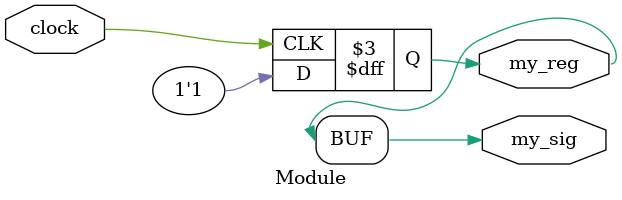
<source format=sv>
`include "metron/tools/metron_tools.sv"


module Module (
  // global clock
  input logic clock,
  // output signals
  output logic my_sig,
  // output registers
  output logic my_reg
);
/*public:*/

  always_comb begin : tock
    my_sig = my_reg;
    /*tick();*/
  end

/*private:*/

  always_ff @(posedge clock) begin : tick
    my_reg <= 1;
  end

  logic my_sig;
  logic my_reg;
endmodule

</source>
